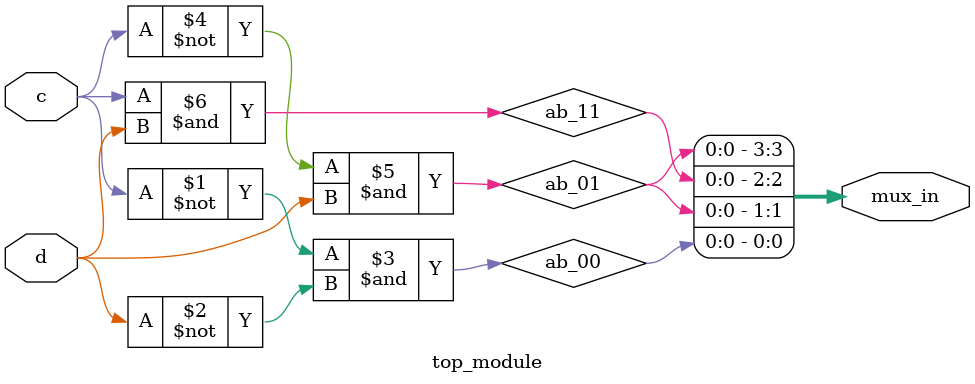
<source format=sv>
module top_module (
	input c,
	input d,
	output [3:0] mux_in
);

wire ab_00, ab_01, ab_11, ab_10;

assign ab_00 = ~c & ~d;
assign ab_01 = ~c & d;
assign ab_11 = c & d;
assign ab_10 = c & ~d;

assign mux_in[0] = ab_00;
assign mux_in[1] = ab_01;
assign mux_in[2] = ab_11;
assign mux_in[3] = ab_01;

endmodule

</source>
